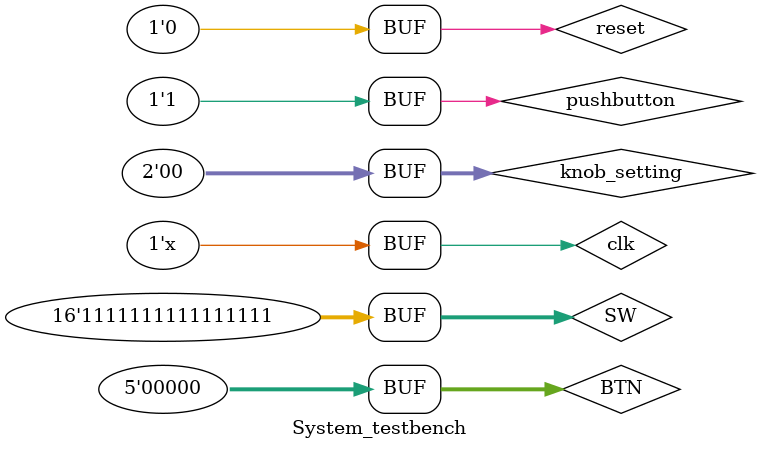
<source format=v>
`timescale 10ns / 1ps

module System_testbench ();
reg clk, reset;

reg [15:0] SW;
wire [4:0] BTN;
assign BTN = {reset,4'b0000};
wire [15:0] LED;
wire [7:0]SSEG_CA;
wire [3:0]SSEG_AN;

    reg [1:0] knob_setting;
    reg pushbutton;

NICNAC16 nn16 (
    .clk_fpga(clk),
    .SW(SW),
    .BTN(BTN),
    .LED(LED),
    .SSEG_CA(SSEG_CA),
    .SSEG_AN(SSEG_AN),
    .knob_setting(knob_setting) ,
    .pushbutton(pushbutton)
);

initial begin
    clk=1;

    pushbutton =1'b1; 
   knob_setting =2'b00;
   reset =1'b0;
   #1
	reset = 1'b1;
	SW = 16'haced;
	
		#4
	reset = 1'b0;
	// reset done
	#2
	
// LOAD via console
	SW = 16'h0000;
    knob_setting =2'b11;
	#3
	pushbutton <= 1'b0;
    #3
    pushbutton =1'b1; 
 	#3
	// WRITE via console
	SW = 16'h4113;
	knob_setting =2'b10;
	#3
	pushbutton <= 1'b0;
	#3
    pushbutton =1'b1; 
    #3
    
    SW = 16'h6114;
	#2
	pushbutton <= 1'b0;
	#2
    pushbutton =1'b1; 
    #3
	
    SW = 16'h7004;
	#2
	pushbutton <= 1'b0;
	#2
    pushbutton =1'b1; 
    #3
	SW = 16'h1001;
	#2
	pushbutton <= 1'b0;
	#2
    pushbutton =1'b1; 
    #3
    SW = 16'hfc27;
	#2
	pushbutton <= 1'b0;
	#2
    pushbutton =1'b1; 
    #3
    SW = 16'h1000;
	#3
	pushbutton <= 1'b0;
	#3
    pushbutton =1'b1; 
    #3
	
    SW = 16'h0000;
    knob_setting =2'b11;
	#3
	pushbutton <= 1'b0;
    #3
    pushbutton =1'b1; 
 	#3
    knob_setting =2'b00;
	
	
	
	#6
// LOAD via console
	SW = 16'h0000;
    knob_setting =2'b11;
	#3
	pushbutton <= 1'b0;
    #3
    pushbutton =1'b1; 
 	#3

	// READ on console
	 knob_setting =2'b01;
	 #6
	 pushbutton = 1'b0;
	 #3
	 pushbutton = 1'b1;
	#6
	
	// READ on console
	knob_setting =2'b01;
	 #6
	 pushbutton = 1'b0;
	 #3
	 pushbutton = 1'b1;
	#6
	
	// READ on console
	 knob_setting =2'b01;
	 #6
	 pushbutton = 1'b0;
	 #3
	 pushbutton = 1'b1;
	#6
	
	// READ on console
	SW = 16'h0000;
	 knob_setting =2'b01;
	 #6
	 pushbutton = 1'b0;
	 #3
	 pushbutton = 1'b1;
	#6
	
	
// LOAD via console
	SW = 16'h0000;
    knob_setting =2'b11;
	#6
	pushbutton <= 1'b0;
    #3
    pushbutton =1'b1; 
 	#6
	
	
	// RUN MODE
	 knob_setting =2'b00;
	 
#32
	SW = 16'hffff;
	
	 knob_setting =2'b11;
	#6
	 pushbutton <= 1'b0;
	 #3
    pushbutton =1'b1; 
    #2
 knob_setting =2'b00;
end
always #0.5 clk =~clk;

//always #700 enable =~ enable; 

    
endmodule

</source>
